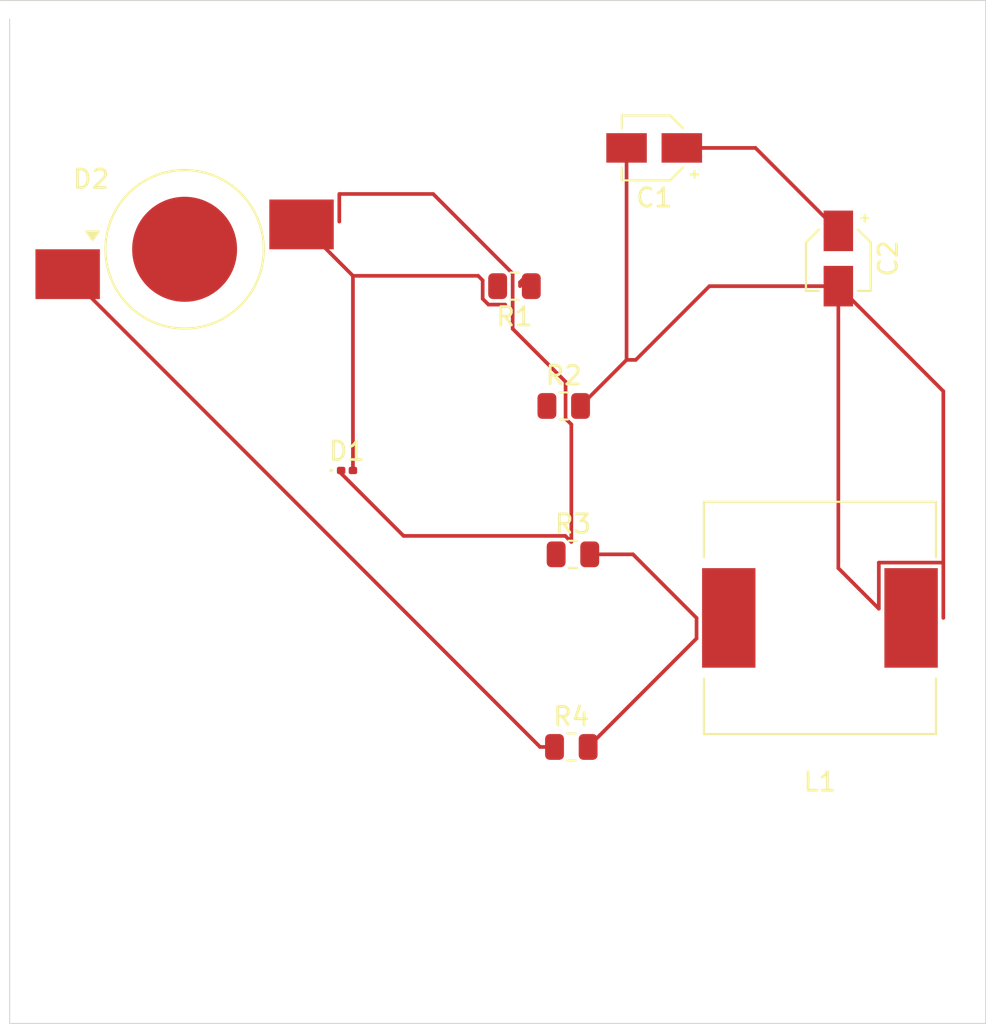
<source format=kicad_pcb>
(kicad_pcb (version 20241229) (generator "pcbnew") (generator_version "9.0")
  (layers (0 "F.Cu" signal) (2 "B.Cu" signal) (13 "F.Paste" user) (15 "B.Paste" user) (5 "F.SilkS" user "F.Silkscreen") (7 "B.SilkS" user "B.Silkscreen") (1 "F.Mask" user) (3 "B.Mask" user) (25 "Edge.Cuts" user))
  (net 0 "")
  (net 1 "VCC")
  (net 2 "GND")
  (net 3 "Net-(D1A-A)")
  (net 4 "+5V")
  (net 5 "Net-(D2-K)")
  (net 6 "Net-(R1-Pad2)")
  (footprint "Resistor_SMD:R_0805_2012Metric" (layer "F.Cu") (at 131.0875 98.05)
    (property "Reference" "R3" (at 0 -1.65 0) (layer "F.SilkS"))
    (property "Value" "20k")
    (fp_line (start -0.227064 -0.735) (end 0.227064 -0.735) (stroke (width 0.12)) (layer "F.SilkS"))
    (fp_line (start -0.227064 0.735) (end 0.227064 0.735) (stroke (width 0.12)) (layer "F.SilkS"))
    (pad "1" smd roundrect (at -0.9125 0) (size 1.025 1.4) (layers "F.Cu" "F.Mask" "F.Paste") (roundrect_rratio 0.243902))
    (pad "2" smd roundrect (at 0.9125 0) (size 1.025 1.4) (layers "F.Cu" "F.Mask" "F.Paste") (roundrect_rratio 0.243902) (net 2 "GND"))
  )
  (footprint "Resistor_SMD:R_0805_2012Metric" (layer "F.Cu") (at 130.5875 90)
    (property "Reference" "R2" (at 0 -1.65 0) (layer "F.SilkS"))
    (property "Value" "15k")
    (fp_line (start -0.227064 -0.735) (end 0.227064 -0.735) (stroke (width 0.12)) (layer "F.SilkS"))
    (fp_line (start -0.227064 0.735) (end 0.227064 0.735) (stroke (width 0.12)) (layer "F.SilkS"))
    (pad "1" smd roundrect (at -0.9125 0) (size 1.025 1.4) (layers "F.Cu" "F.Mask" "F.Paste") (roundrect_rratio 0.243902) (net 6 "Net-(R1-Pad2)"))
    (pad "2" smd roundrect (at 0.9125 0) (size 1.025 1.4) (layers "F.Cu" "F.Mask" "F.Paste") (roundrect_rratio 0.243902) (net 2 "GND"))
  )
  (footprint "Resistor_SMD:R_0805_2012Metric" (layer "F.Cu") (at 127.9125 83.5 180)
    (property "Reference" "R1" (at 0 -1.65 0) (layer "F.SilkS"))
    (property "Value" "110k")
    (fp_line (start -0.227064 0.735) (end 0.227064 0.735) (stroke (width 0.12)) (layer "F.SilkS"))
    (fp_line (start -0.227064 -0.735) (end 0.227064 -0.735) (stroke (width 0.12)) (layer "F.SilkS"))
    (pad "1" smd roundrect (at -0.9125 0 180) (size 1.025 1.4) (layers "F.Cu" "F.Mask" "F.Paste") (roundrect_rratio 0.243902) (net 4 "+5V"))
    (pad "2" smd roundrect (at 0.9125 0 180) (size 1.025 1.4) (layers "F.Cu" "F.Mask" "F.Paste") (roundrect_rratio 0.243902) (net 6 "Net-(R1-Pad2)"))
  )
  (footprint "Capacitor_SMD:CP_Elec_3x5.3" (layer "F.Cu") (at 135.5 76 180)
    (property "Reference" "C1" (at 0 -2.7 0) (layer "F.SilkS"))
    (property "Value" "22 uF")
    (fp_line (start 1.76 1.76) (end 1.76 1.06) (stroke (width 0.12)) (layer "F.SilkS"))
    (fp_line (start 1.76 -1.76) (end 1.76 -1.06) (stroke (width 0.12)) (layer "F.SilkS"))
    (fp_line (start -0.870563 1.76) (end 1.76 1.76) (stroke (width 0.12)) (layer "F.SilkS"))
    (fp_line (start -0.870563 -1.76) (end 1.76 -1.76) (stroke (width 0.12)) (layer "F.SilkS"))
    (fp_line (start -1.570563 1.06) (end -0.870563 1.76) (stroke (width 0.12)) (layer "F.SilkS"))
    (fp_line (start -1.570563 -1.06) (end -0.870563 -1.76) (stroke (width 0.12)) (layer "F.SilkS"))
    (fp_line (start -2.1875 -1.6225) (end -2.1875 -1.2475) (stroke (width 0.12)) (layer "F.SilkS"))
    (fp_line (start -2.375 -1.435) (end -2 -1.435) (stroke (width 0.12)) (layer "F.SilkS"))
    (pad "1" smd rect (at -1.5 0 180) (size 2.2 1.6) (layers "F.Cu" "F.Mask" "F.Paste") (net 1 "VCC"))
    (pad "2" smd rect (at 1.5 0 180) (size 2.2 1.6) (layers "F.Cu" "F.Mask" "F.Paste") (net 2 "GND"))
  )
  (footprint "LED_SMD:LED_1W_3W_R8" (layer "F.Cu") (at 110 81.5)
    (property "Reference" "D2" (at -5.08 -3.81 0) (layer "F.SilkS"))
    (property "Value" "Red")
    (fp_circle (center 0 0) (end -4.3 0) (stroke (width 0.12)) (fill no) (layer "F.SilkS"))
    (fp_poly (pts (xy -5 -0.5) (xy -5.34 -0.97) (xy -4.66 -0.97) (xy -5 -0.5)) (stroke (width 0.12)) (fill yes) (layer "F.SilkS"))
    (pad "1" smd rect (at -6.35 1.35) (size 3.5 2.7) (layers "F.Cu" "F.Mask" "F.Paste") (net 5 "Net-(D2-K)"))
    (pad "2" smd rect (at 6.35 -1.35) (size 3.5 2.7) (layers "F.Cu" "F.Mask" "F.Paste") (net 4 "+5V"))
    (pad "3" smd circle (at 0 0) (size 5.7 5.7) (layers "F.Cu" "F.Mask" "F.Paste"))
  )
  (footprint "Diode_SMD:D_0201_0603Metric" (layer "F.Cu") (at 118.82 93.5)
    (property "Reference" "D1" (at 0 -1.05 0) (layer "F.SilkS"))
    (property "Value" "D_Schottky")
    (fp_circle (center -0.86 0) (end -0.81 0) (stroke (width 0.1)) (fill no) (layer "F.SilkS"))
    (pad "1" smd roundrect (at -0.32 0) (size 0.46 0.4) (layers "F.Cu" "F.Mask") (net 3 "Net-(D1A-A)"))
    (pad "2" smd roundrect (at 0.32 0) (size 0.46 0.4) (layers "F.Cu" "F.Mask") (net 4 "+5V"))
  )
  (footprint "Capacitor_SMD:CP_Elec_3x5.3" (layer "F.Cu") (at 145.5 82 -90)
    (property "Reference" "C2" (at 0 -2.7 90) (layer "F.SilkS"))
    (property "Value" "22 uF")
    (fp_line (start -0.870563 1.76) (end 1.76 1.76) (stroke (width 0.12)) (layer "F.SilkS"))
    (fp_line (start 1.76 1.76) (end 1.76 1.06) (stroke (width 0.12)) (layer "F.SilkS"))
    (fp_line (start -1.570563 1.06) (end -0.870563 1.76) (stroke (width 0.12)) (layer "F.SilkS"))
    (fp_line (start -1.570563 -1.06) (end -0.870563 -1.76) (stroke (width 0.12)) (layer "F.SilkS"))
    (fp_line (start -2.375 -1.435) (end -2 -1.435) (stroke (width 0.12)) (layer "F.SilkS"))
    (fp_line (start -2.1875 -1.6225) (end -2.1875 -1.2475) (stroke (width 0.12)) (layer "F.SilkS"))
    (fp_line (start -0.870563 -1.76) (end 1.76 -1.76) (stroke (width 0.12)) (layer "F.SilkS"))
    (fp_line (start 1.76 -1.76) (end 1.76 -1.06) (stroke (width 0.12)) (layer "F.SilkS"))
    (pad "1" smd rect (at -1.5 0 270) (size 2.2 1.6) (layers "F.Cu" "F.Mask" "F.Paste") (net 1 "VCC"))
    (pad "2" smd rect (at 1.5 0 270) (size 2.2 1.6) (layers "F.Cu" "F.Mask" "F.Paste") (net 2 "GND"))
  )
  (footprint "Inductor_SMD:L_12x12mm_H4.5mm" (layer "F.Cu") (at 144.5 101.5 180)
    (property "Reference" "L1" (at 0 -8.89 0) (layer "F.SilkS"))
    (property "Value" "4.7 uH")
    (fp_line (start 6.3 6.3) (end -6.3 6.3) (stroke (width 0.12)) (layer "F.SilkS"))
    (fp_line (start 6.3 3.3) (end 6.3 6.3) (stroke (width 0.12)) (layer "F.SilkS"))
    (fp_line (start 6.3 -6.3) (end 6.3 -3.3) (stroke (width 0.12)) (layer "F.SilkS"))
    (fp_line (start -6.3 6.3) (end -6.3 3.3) (stroke (width 0.12)) (layer "F.SilkS"))
    (fp_line (start -6.3 -3.3) (end -6.3 -6.3) (stroke (width 0.12)) (layer "F.SilkS"))
    (fp_line (start -6.3 -6.3) (end 6.3 -6.3) (stroke (width 0.12)) (layer "F.SilkS"))
    (pad "1" smd rect (at -4.95 0 180) (size 2.9 5.4) (layers "F.Cu" "F.Mask" "F.Paste") (net 1 "VCC"))
    (pad "2" smd rect (at 4.95 0 180) (size 2.9 5.4) (layers "F.Cu" "F.Mask" "F.Paste") (net 3 "Net-(D1A-A)"))
  )
  (footprint "Resistor_SMD:R_0805_2012Metric" (layer "F.Cu") (at 131 108.5)
    (property "Reference" "R4" (at 0 -1.65 0) (layer "F.SilkS"))
    (property "Value" "1k")
    (fp_line (start -0.227064 -0.735) (end 0.227064 -0.735) (stroke (width 0.12)) (layer "F.SilkS"))
    (fp_line (start -0.227064 0.735) (end 0.227064 0.735) (stroke (width 0.12)) (layer "F.SilkS"))
    (pad "1" smd roundrect (at -0.9125 0) (size 1.025 1.4) (layers "F.Cu" "F.Mask" "F.Paste") (roundrect_rratio 0.243902) (net 5 "Net-(D2-K)"))
    (pad "2" smd roundrect (at 0.9125 0) (size 1.025 1.4) (layers "F.Cu" "F.Mask" "F.Paste") (roundrect_rratio 0.243902) (net 2 "GND"))
  )
  (gr_line (start 100.5 69) (end 100.5 123.5) (stroke (width 0.05)) (layer "Edge.Cuts"))
  (gr_line (start 153.5 68) (end 100 68) (stroke (width 0.05)) (layer "Edge.Cuts"))
  (gr_line (start 100.5 123.5) (end 153.5 123.5) (stroke (width 0.05)) (layer "Edge.Cuts"))
  (gr_line (start 153.5 123.5) (end 153.5 68) (stroke (width 0.05)) (layer "Edge.Cuts"))
  (segment (start 141 76) (end 145.5 80.5) (width 0.2) (layer "F.Cu") (net 1))
  (segment (start 137 76) (end 141 76) (width 0.2) (layer "F.Cu") (net 1))
  (segment (start 137 76) (end 136.5 76) (width 0.2) (layer "F.Cu") (net 1))
  (segment (start 134 87.5) (end 131.5 90) (width 0.2) (layer "F.Cu") (net 2))
  (segment (start 131.9125 108.5) (end 137.799 102.6135) (width 0.2) (layer "F.Cu") (net 2))
  (segment (start 138.5 83.5) (end 145.5 83.5) (width 0.2) (layer "F.Cu") (net 2))
  (segment (start 137.799 102.6135) (end 137.799 101.5) (width 0.2) (layer "F.Cu") (net 2))
  (segment (start 134.349 98.05) (end 132 98.05) (width 0.2) (layer "F.Cu") (net 2))
  (segment (start 134 76) (end 133.5 76) (width 0.2) (layer "F.Cu") (net 2))
  (segment (start 134.5 87.5) (end 138.5 83.5) (width 0.2) (layer "F.Cu") (net 2))
  (segment (start 134 76) (end 134 87.5) (width 0.2) (layer "F.Cu") (net 2))
  (segment (start 134.349 98.05) (end 137.799 101.5) (width 0.2) (layer "F.Cu") (net 2))
  (segment (start 145.5 83.5) (end 145.5 98.801) (width 0.2) (layer "F.Cu") (net 2))
  (segment (start 147.699 98.499) (end 151.201 98.499) (width 0.2) (layer "F.Cu") (net 2))
  (segment (start 147.699 101) (end 147.699 98.499) (width 0.2) (layer "F.Cu") (net 2))
  (segment (start 134 87.5) (end 134.5 87.5) (width 0.2) (layer "F.Cu") (net 2))
  (segment (start 151.201 89.201) (end 145.5 83.5) (width 0.2) (layer "F.Cu") (net 2))
  (segment (start 145.5 98.801) (end 147.699 101) (width 0.2) (layer "F.Cu") (net 2))
  (segment (start 151.201 101.5) (end 151.201 89.201) (width 0.2) (layer "F.Cu") (net 2))
  (segment (start 127.8135 82.81484) (end 127.8135 85.81216) (width 0.2) (layer "F.Cu") (net 3))
  (segment (start 130.67266 97.049) (end 121.88913 97.049) (width 0.2) (layer "F.Cu") (net 3))
  (segment (start 121.88913 97.049) (end 118.5 93.65987) (width 0.2) (layer "F.Cu") (net 3))
  (segment (start 130.6865 90.68516) (end 131 90.99866) (width 0.2) (layer "F.Cu") (net 3))
  (segment (start 118.5 93.65987) (end 118.5 93.5) (width 0.2) (layer "F.Cu") (net 3))
  (segment (start 123.49766 78.499) (end 127.8135 82.81484) (width 0.2) (layer "F.Cu") (net 3))
  (segment (start 118.401 78.499) (end 123.49766 78.499) (width 0.2) (layer "F.Cu") (net 3))
  (segment (start 118.401 80) (end 118.401 78.499) (width 0.2) (layer "F.Cu") (net 3))
  (segment (start 130.6865 88.68516) (end 130.6865 90.68516) (width 0.2) (layer "F.Cu") (net 3))
  (segment (start 131 90.99866) (end 131 97.37634) (width 0.2) (layer "F.Cu") (net 3))
  (segment (start 131 97.37634) (end 130.67266 97.049) (width 0.2) (layer "F.Cu") (net 3))
  (segment (start 127.8135 85.81216) (end 130.6865 88.68516) (width 0.2) (layer "F.Cu") (net 3))
  (segment (start 119.14 82.94) (end 125.94 82.94) (width 0.2) (layer "F.Cu") (net 4))
  (segment (start 128.825 83.325) (end 128.5 83) (width 0.2) (layer "F.Cu") (net 4))
  (segment (start 126.50234 84.501) (end 127.4125 84.501) (width 0.2) (layer "F.Cu") (net 4))
  (segment (start 119.14 82.94) (end 119.14 93.5) (width 0.2) (layer "F.Cu") (net 4))
  (segment (start 125.94 82.94) (end 126.1865 83.1865) (width 0.2) (layer "F.Cu") (net 4))
  (segment (start 126.1865 84.18516) (end 126.50234 84.501) (width 0.2) (layer "F.Cu") (net 4))
  (segment (start 126.1865 83.1865) (end 126.1865 84.18516) (width 0.2) (layer "F.Cu") (net 4))
  (segment (start 128.2145 83.2855) (end 128.2145 83.5) (width 0.2) (layer "F.Cu") (net 4))
  (segment (start 128.5 83) (end 128.2145 83.2855) (width 0.2) (layer "F.Cu") (net 4))
  (segment (start 116.35 80.15) (end 119.14 82.94) (width 0.2) (layer "F.Cu") (net 4))
  (segment (start 128.825 83.5) (end 128.825 83.325) (width 0.2) (layer "F.Cu") (net 4))
  (segment (start 103.65 82.85) (end 129.3 108.5) (width 0.2) (layer "F.Cu") (net 5))
  (segment (start 129.3 108.5) (end 130.0875 108.5) (width 0.2) (layer "F.Cu") (net 5))
)
</source>
